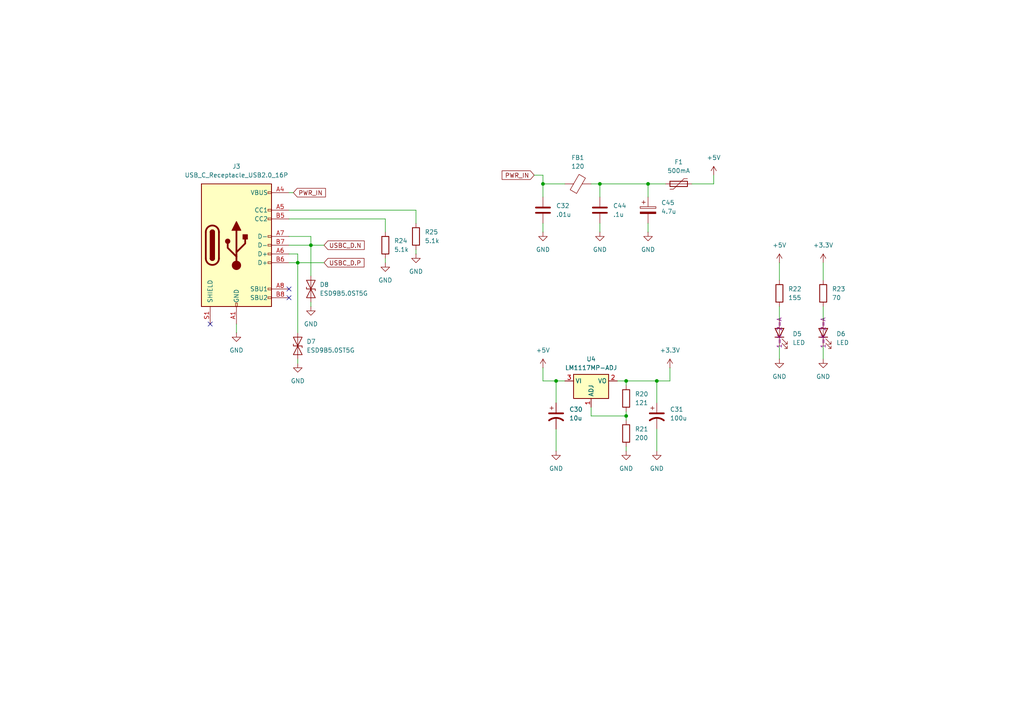
<source format=kicad_sch>
(kicad_sch (version 20250114) (generator "eeschema") (generator_version "9.0")
  (paper "A4")
  (lib_symbols
    (symbol "Connector:USB_C_Receptacle_USB2.0_16P" (pin_names (offset 1.016))
      (property "Reference" "J" (at 0 22.225 0))
      (property "Value" "USB_C_Receptacle_USB2.0_16P" (at 0 19.685 0))
      (symbol "USB_C_Receptacle_USB2.0_16P_0_0"
        (rectangle (start -0.254 -17.78) (end 0.254 -16.764))
        (rectangle (start 10.16 15.494) (end 9.144 14.986))
        (rectangle (start 10.16 10.414) (end 9.144 9.906))
        (rectangle (start 10.16 7.874) (end 9.144 7.366))
        (rectangle (start 10.16 2.794) (end 9.144 2.286))
        (rectangle (start 10.16 0.254) (end 9.144 -0.254))
        (rectangle (start 10.16 -2.286) (end 9.144 -2.794))
        (rectangle (start 10.16 -4.826) (end 9.144 -5.334))
        (rectangle (start 10.16 -12.446) (end 9.144 -12.954))
        (rectangle (start 10.16 -14.986) (end 9.144 -15.494))
      )
      (symbol "USB_C_Receptacle_USB2.0_16P_0_1"
        (rectangle (start -10.16 17.78) (end 10.16 -17.78) (stroke (width 0.254)) (fill (type background)))
        (polyline (pts (xy -8.89 -3.81) (xy -8.89 3.81)) (stroke (width 0.508)))
        (rectangle (start -7.62 -3.81) (end -6.35 3.81) (stroke (width 0.254)) (fill (type outline)))
        (arc (start -7.62 3.81) (mid -6.985 4.4423) (end -6.35 3.81) (stroke (width 0.254)))
        (arc (start -7.62 3.81) (mid -6.985 4.4423) (end -6.35 3.81) (stroke (width 0.254)) (fill (type outline)))
        (arc (start -8.89 3.81) (mid -6.985 5.7067) (end -5.08 3.81) (stroke (width 0.508)))
        (arc (start -5.08 -3.81) (mid -6.985 -5.7067) (end -8.89 -3.81) (stroke (width 0.508)))
        (arc (start -6.35 -3.81) (mid -6.985 -4.4423) (end -7.62 -3.81) (stroke (width 0.254)))
        (arc (start -6.35 -3.81) (mid -6.985 -4.4423) (end -7.62 -3.81) (stroke (width 0.254)) (fill (type outline)))
        (polyline (pts (xy -5.08 3.81) (xy -5.08 -3.81)) (stroke (width 0.508)))
        (circle (center -2.54 1.143) (radius 0.635) (stroke (width 0.254)) (fill (type outline)))
        (polyline (pts (xy -1.27 4.318) (xy 0 6.858) (xy 1.27 4.318) (xy -1.27 4.318)) (stroke (width 0.254)) (fill (type outline)))
        (polyline (pts (xy 0 -2.032) (xy 2.54 0.508) (xy 2.54 1.778)) (stroke (width 0.508)))
        (polyline (pts (xy 0 -3.302) (xy -2.54 -0.762) (xy -2.54 0.508)) (stroke (width 0.508)))
        (polyline (pts (xy 0 -5.842) (xy 0 4.318)) (stroke (width 0.508)))
        (circle (center 0 -5.842) (radius 1.27) (fill (type outline)))
        (rectangle (start 1.905 1.778) (end 3.175 3.048) (stroke (width 0.254)) (fill (type outline)))
      )
      (symbol "USB_C_Receptacle_USB2.0_16P_1_1"
        (pin passive line (at -7.62 -22.86 90) (length 5.08) (name "SHIELD") (number "S1"))
        (pin passive line (at 0 -22.86 90) (length 5.08) (name "GND") (number "A1"))
        (pin passive line (at 0 -22.86 90) (length 5.08) (hide yes) (name "GND") (number "A12"))
        (pin passive line (at 0 -22.86 90) (length 5.08) (hide yes) (name "GND") (number "B1"))
        (pin passive line (at 0 -22.86 90) (length 5.08) (hide yes) (name "GND") (number "B12"))
        (pin passive line (at 15.24 15.24 180) (length 5.08) (name "VBUS") (number "A4"))
        (pin passive line (at 15.24 15.24 180) (length 5.08) (hide yes) (name "VBUS") (number "A9"))
        (pin passive line (at 15.24 15.24 180) (length 5.08) (hide yes) (name "VBUS") (number "B4"))
        (pin passive line (at 15.24 15.24 180) (length 5.08) (hide yes) (name "VBUS") (number "B9"))
        (pin bidirectional line (at 15.24 10.16 180) (length 5.08) (name "CC1") (number "A5"))
        (pin bidirectional line (at 15.24 7.62 180) (length 5.08) (name "CC2") (number "B5"))
        (pin bidirectional line (at 15.24 2.54 180) (length 5.08) (name "D-") (number "A7"))
        (pin bidirectional line (at 15.24 0 180) (length 5.08) (name "D-") (number "B7"))
        (pin bidirectional line (at 15.24 -2.54 180) (length 5.08) (name "D+") (number "A6"))
        (pin bidirectional line (at 15.24 -5.08 180) (length 5.08) (name "D+") (number "B6"))
        (pin bidirectional line (at 15.24 -12.7 180) (length 5.08) (name "SBU1") (number "A8"))
        (pin bidirectional line (at 15.24 -15.24 180) (length 5.08) (name "SBU2") (number "B8"))
      )
    )
    (symbol "Device:C" (pin_numbers (hide yes)) (pin_names (offset 0.254))
      (property "Reference" "C" (at 0.635 2.54 0))
      (property "Value" "C" (at 0.635 -2.54 0))
      (symbol "C_0_1"
        (polyline (pts (xy -2.032 0.762) (xy 2.032 0.762)) (stroke (width 0.508)))
        (polyline (pts (xy -2.032 -0.762) (xy 2.032 -0.762)) (stroke (width 0.508)))
      )
      (symbol "C_1_1"
        (pin passive line (at 0 3.81 270) (length 2.794) (name "~") (number "1"))
        (pin passive line (at 0 -3.81 90) (length 2.794) (name "~") (number "2"))
      )
    )
    (symbol "Device:C_Polarized" (pin_numbers (hide yes)) (pin_names (offset 0.254))
      (property "Reference" "C" (at 0.635 2.54 0))
      (property "Value" "C_Polarized" (at 0.635 -2.54 0))
      (symbol "C_Polarized_0_1"
        (rectangle (start -2.286 0.508) (end 2.286 1.016))
        (polyline (pts (xy -1.778 2.286) (xy -0.762 2.286)))
        (polyline (pts (xy -1.27 2.794) (xy -1.27 1.778)))
        (rectangle (start 2.286 -0.508) (end -2.286 -1.016) (fill (type outline)))
      )
      (symbol "C_Polarized_1_1"
        (pin passive line (at 0 3.81 270) (length 2.794) (name "~") (number "1"))
        (pin passive line (at 0 -3.81 90) (length 2.794) (name "~") (number "2"))
      )
    )
    (symbol "Device:C_Polarized_US" (pin_numbers (hide yes)) (pin_names (offset 0.254) (hide yes))
      (property "Reference" "C" (at 0.635 2.54 0))
      (property "Value" "C_Polarized_US" (at 0.635 -2.54 0))
      (symbol "C_Polarized_US_0_1"
        (polyline (pts (xy -2.032 0.762) (xy 2.032 0.762)) (stroke (width 0.508)))
        (polyline (pts (xy -1.778 2.286) (xy -0.762 2.286)))
        (polyline (pts (xy -1.27 1.778) (xy -1.27 2.794)))
        (arc (start -2.032 -1.27) (mid 0 -0.5572) (end 2.032 -1.27) (stroke (width 0.508)))
      )
      (symbol "C_Polarized_US_1_1"
        (pin passive line (at 0 3.81 270) (length 2.794) (name "~") (number "1"))
        (pin passive line (at 0 -3.81 90) (length 3.302) (name "~") (number "2"))
      )
    )
    (symbol "Device:FerriteBead" (pin_numbers (hide yes)) (pin_names (offset 0))
      (property "Reference" "FB" (at -3.81 0.635 90))
      (property "Value" "FerriteBead" (at 3.81 0 90))
      (symbol "FerriteBead_0_1"
        (polyline (pts (xy -2.7686 0.4064) (xy -1.7018 2.2606) (xy 2.7686 -0.3048) (xy 1.6764 -2.159) (xy -2.7686 0.4064)))
        (polyline (pts (xy 0 1.27) (xy 0 1.2954)))
        (polyline (pts (xy 0 -1.27) (xy 0 -1.2192)))
      )
      (symbol "FerriteBead_1_1"
        (pin passive line (at 0 3.81 270) (length 2.54) (name "~") (number "1"))
        (pin passive line (at 0 -3.81 90) (length 2.54) (name "~") (number "2"))
      )
    )
    (symbol "Device:LED" (pin_numbers (hide yes)) (pin_names (offset 1.016) (hide yes))
      (property "Reference" "D" (at 0 2.54 0))
      (property "Value" "LED" (at 0 -2.54 0))
      (symbol "LED_0_1"
        (polyline (pts (xy -3.048 -0.762) (xy -4.572 -2.286) (xy -3.81 -2.286) (xy -4.572 -2.286) (xy -4.572 -1.524)))
        (polyline (pts (xy -1.778 -0.762) (xy -3.302 -2.286) (xy -2.54 -2.286) (xy -3.302 -2.286) (xy -3.302 -1.524)))
        (polyline (pts (xy -1.27 0) (xy 1.27 0)))
        (polyline (pts (xy -1.27 -1.27) (xy -1.27 1.27)) (stroke (width 0.254)))
        (polyline (pts (xy 1.27 -1.27) (xy 1.27 1.27) (xy -1.27 0) (xy 1.27 -1.27)) (stroke (width 0.254)))
      )
      (symbol "LED_1_1"
        (pin passive line (at -3.81 0 0) (length 2.54) (name "K") (number "1"))
        (pin passive line (at 3.81 0 180) (length 2.54) (name "A") (number "2"))
      )
    )
    (symbol "Device:Polyfuse" (pin_numbers (hide yes)) (pin_names (offset 0))
      (property "Reference" "F" (at -2.54 0 90))
      (property "Value" "Polyfuse" (at 2.54 0 90))
      (symbol "Polyfuse_0_1"
        (polyline (pts (xy -1.524 2.54) (xy -1.524 1.524) (xy 1.524 -1.524) (xy 1.524 -2.54)))
        (rectangle (start -0.762 2.54) (end 0.762 -2.54) (stroke (width 0.254)))
        (polyline (pts (xy 0 2.54) (xy 0 -2.54)))
      )
      (symbol "Polyfuse_1_1"
        (pin passive line (at 0 3.81 270) (length 1.27) (name "~") (number "1"))
        (pin passive line (at 0 -3.81 90) (length 1.27) (name "~") (number "2"))
      )
    )
    (symbol "Device:R" (pin_numbers (hide yes)) (pin_names (offset 0))
      (property "Reference" "R" (at 2.032 0 90))
      (property "Value" "R" (at 0 0 90))
      (symbol "R_0_1"
        (rectangle (start -1.016 -2.54) (end 1.016 2.54) (stroke (width 0.254)))
      )
      (symbol "R_1_1"
        (pin passive line (at 0 3.81 270) (length 1.27) (name "~") (number "1"))
        (pin passive line (at 0 -3.81 90) (length 1.27) (name "~") (number "2"))
      )
    )
    (symbol "Diode:ESD9B5.0ST5G" (pin_numbers (hide yes)) (pin_names (offset 1.016) (hide yes))
      (property "Reference" "D" (at 0 2.54 0))
      (property "Value" "ESD9B5.0ST5G" (at 0 -2.54 0))
      (symbol "ESD9B5.0ST5G_0_1"
        (polyline (pts (xy -2.54 -1.27) (xy 0 0) (xy -2.54 1.27) (xy -2.54 -1.27)) (stroke (width 0.2032)))
        (polyline (pts (xy 0.508 1.27) (xy 0 1.27) (xy 0 -1.27) (xy -0.508 -1.27)) (stroke (width 0.2032)))
        (polyline (pts (xy 1.27 0) (xy -1.27 0)))
        (polyline (pts (xy 2.54 1.27) (xy 2.54 -1.27) (xy 0 0) (xy 2.54 1.27)) (stroke (width 0.2032)))
      )
      (symbol "ESD9B5.0ST5G_1_1"
        (pin passive line (at -3.81 0 0) (length 2.54) (name "A1") (number "1"))
        (pin passive line (at 3.81 0 180) (length 2.54) (name "A2") (number "2"))
      )
    )
    (symbol "Regulator_Linear:LM1117MP-ADJ"
      (property "Reference" "U" (at -3.81 3.175 0))
      (property "Value" "LM1117MP-ADJ" (at 0 3.175 0))
      (symbol "LM1117MP-ADJ_0_1"
        (rectangle (start -5.08 -5.08) (end 5.08 1.905) (stroke (width 0.254)) (fill (type background)))
      )
      (symbol "LM1117MP-ADJ_1_1"
        (pin power_in line (at -7.62 0 0) (length 2.54) (name "VI") (number "3"))
        (pin input line (at 0 -7.62 90) (length 2.54) (name "ADJ") (number "1"))
        (pin power_out line (at 7.62 0 180) (length 2.54) (name "VO") (number "2"))
      )
    )
    (symbol "power:+3.3V" (power) (pin_numbers (hide yes)) (pin_names (offset 0) (hide yes))
      (property "Value" "+3.3V" (at 0 3.556 0))
      (symbol "+3.3V_0_1"
        (polyline (pts (xy -0.762 1.27) (xy 0 2.54)))
        (polyline (pts (xy 0 2.54) (xy 0.762 1.27)))
        (polyline (pts (xy 0 0) (xy 0 2.54)))
      )
      (symbol "+3.3V_1_1"
        (pin power_in line (at 0 0 90) (length 0) (name "~") (number "1"))
      )
    )
    (symbol "power:+5V" (power) (pin_numbers (hide yes)) (pin_names (offset 0) (hide yes))
      (property "Value" "+5V" (at 0 3.556 0))
      (symbol "+5V_0_1"
        (polyline (pts (xy -0.762 1.27) (xy 0 2.54)))
        (polyline (pts (xy 0 2.54) (xy 0.762 1.27)))
        (polyline (pts (xy 0 0) (xy 0 2.54)))
      )
      (symbol "+5V_1_1"
        (pin power_in line (at 0 0 90) (length 0) (name "~") (number "1"))
      )
    )
    (symbol "power:GND" (power) (pin_numbers (hide yes)) (pin_names (offset 0) (hide yes))
      (property "Value" "GND" (at 0 -3.81 0))
      (symbol "GND_0_1"
        (polyline (pts (xy 0 0) (xy 0 -1.27) (xy 1.27 -1.27) (xy 0 -2.54) (xy -1.27 -1.27) (xy 0 -1.27)))
      )
      (symbol "GND_1_1"
        (pin power_in line (at 0 0 270) (length 0) (name "~") (number "1"))
      )
    )
  )
  (junction (at 86.36 76.2))
  (junction (at 181.61 120.65))
  (junction (at 161.29 110.49))
  (junction (at 90.17 71.12))
  (junction (at 173.99 53.34))
  (junction (at 157.48 53.34))
  (junction (at 181.61 110.49))
  (junction (at 190.5 110.49))
  (junction (at 187.96 53.34))
  (no_connect (at 83.82 86.36))
  (no_connect (at 60.96 93.98))
  (no_connect (at 83.82 83.82))
  (wire (pts (xy 111.76 74.93) (xy 111.76 76.2)))
  (wire (pts (xy 190.5 110.49) (xy 194.31 110.49)))
  (wire (pts (xy 86.36 104.14) (xy 86.36 105.41)))
  (wire (pts (xy 157.48 53.34) (xy 163.83 53.34)))
  (wire (pts (xy 83.82 63.5) (xy 111.76 63.5)))
  (wire (pts (xy 207.01 50.8) (xy 207.01 53.34)))
  (wire (pts (xy 181.61 120.65) (xy 181.61 121.92)))
  (wire (pts (xy 83.82 71.12) (xy 90.17 71.12)))
  (wire (pts (xy 187.96 53.34) (xy 187.96 57.15)))
  (wire (pts (xy 157.48 106.68) (xy 157.48 110.49)))
  (wire (pts (xy 157.48 53.34) (xy 157.48 57.15)))
  (wire (pts (xy 120.65 60.96) (xy 120.65 64.77)))
  (wire (pts (xy 187.96 64.77) (xy 187.96 67.31)))
  (wire (pts (xy 238.76 88.9) (xy 238.76 92.71)))
  (wire (pts (xy 187.96 53.34) (xy 193.04 53.34)))
  (wire (pts (xy 90.17 87.63) (xy 90.17 88.9)))
  (wire (pts (xy 173.99 53.34) (xy 187.96 53.34)))
  (wire (pts (xy 194.31 106.68) (xy 194.31 110.49)))
  (wire (pts (xy 83.82 68.58) (xy 90.17 68.58)))
  (wire (pts (xy 226.06 100.33) (xy 226.06 104.14)))
  (wire (pts (xy 171.45 120.65) (xy 181.61 120.65)))
  (wire (pts (xy 157.48 110.49) (xy 161.29 110.49)))
  (wire (pts (xy 190.5 124.46) (xy 190.5 130.81)))
  (wire (pts (xy 83.82 76.2) (xy 86.36 76.2)))
  (wire (pts (xy 171.45 53.34) (xy 173.99 53.34)))
  (wire (pts (xy 83.82 73.66) (xy 86.36 73.66)))
  (wire (pts (xy 86.36 73.66) (xy 86.36 76.2)))
  (wire (pts (xy 181.61 129.54) (xy 181.61 130.81)))
  (wire (pts (xy 86.36 76.2) (xy 93.98 76.2)))
  (wire (pts (xy 86.36 76.2) (xy 86.36 96.52)))
  (wire (pts (xy 181.61 110.49) (xy 190.5 110.49)))
  (wire (pts (xy 190.5 110.49) (xy 190.5 116.84)))
  (wire (pts (xy 181.61 110.49) (xy 181.61 111.76)))
  (wire (pts (xy 83.82 55.88) (xy 85.09 55.88)))
  (wire (pts (xy 111.76 63.5) (xy 111.76 67.31)))
  (wire (pts (xy 83.82 60.96) (xy 120.65 60.96)))
  (wire (pts (xy 90.17 68.58) (xy 90.17 71.12)))
  (wire (pts (xy 161.29 124.46) (xy 161.29 130.81)))
  (wire (pts (xy 90.17 71.12) (xy 90.17 80.01)))
  (wire (pts (xy 238.76 76.2) (xy 238.76 81.28)))
  (wire (pts (xy 157.48 50.8) (xy 157.48 53.34)))
  (wire (pts (xy 238.76 100.33) (xy 238.76 104.14)))
  (wire (pts (xy 171.45 118.11) (xy 171.45 120.65)))
  (wire (pts (xy 173.99 53.34) (xy 173.99 57.15)))
  (wire (pts (xy 226.06 88.9) (xy 226.06 92.71)))
  (wire (pts (xy 161.29 110.49) (xy 161.29 116.84)))
  (wire (pts (xy 154.94 50.8) (xy 157.48 50.8)))
  (wire (pts (xy 179.07 110.49) (xy 181.61 110.49)))
  (wire (pts (xy 163.83 110.49) (xy 161.29 110.49)))
  (wire (pts (xy 68.58 93.98) (xy 68.58 96.52)))
  (wire (pts (xy 181.61 119.38) (xy 181.61 120.65)))
  (wire (pts (xy 200.66 53.34) (xy 207.01 53.34)))
  (wire (pts (xy 173.99 64.77) (xy 173.99 67.31)))
  (wire (pts (xy 226.06 76.2) (xy 226.06 81.28)))
  (wire (pts (xy 120.65 72.39) (xy 120.65 73.66)))
  (wire (pts (xy 90.17 71.12) (xy 93.98 71.12)))
  (wire (pts (xy 157.48 64.77) (xy 157.48 67.31)))
  (global_label "PWR_IN" (shape input) (at 154.94 50.8 180) (property "Intersheetrefs" "${INTERSHEET_REFS}" (effects (hide yes))))
  (global_label "USBC_D.P" (shape input) (at 93.98 76.2 0) (property "Intersheetrefs" "${INTERSHEET_REFS}" (effects (hide yes))))
  (global_label "USBC_D.N" (shape input) (at 93.98 71.12 0) (property "Intersheetrefs" "${INTERSHEET_REFS}" (effects (hide yes))))
  (global_label "PWR_IN" (shape input) (at 85.09 55.88 0) (property "Intersheetrefs" "${INTERSHEET_REFS}" (effects (hide yes))))
  (symbol (lib_id "power:GND") (at 190.5 130.81 0) (unit 1)
    (property "Reference" "#PWR037" (effects (hide yes)))
    (property "Value" "GND" (at 190.5 135.89 0))
    (property "Description" "Power symbol creates a global label with name \"GND\" , ground" (effects (hide yes)))
  )
  (symbol (lib_id "power:GND") (at 226.06 104.14 0) (unit 1)
    (property "Reference" "#PWR040" (effects (hide yes)))
    (property "Value" "GND" (at 226.06 109.22 0))
    (property "Description" "Power symbol creates a global label with name \"GND\" , ground" (effects (hide yes)))
  )
  (symbol (lib_id "Connector:USB_C_Receptacle_USB2.0_16P") (at 68.58 71.12 0) (unit 1)
    (property "Reference" "J3" (at 68.58 48.26 0))
    (property "Value" "USB_C_Receptacle_USB2.0_16P" (at 68.58 50.8 0))
    (property "Datasheet" "https://www.usb.org/sites/default/files/documents/usb_type-c.zip" (effects (hide yes)))
    (property "Description" "USB 2.0-only 16P Type-C Receptacle connector" (effects (hide yes)))
  )
  (symbol (lib_id "Device:C") (at 173.99 60.96 0) (unit 1)
    (property "Reference" "C44" (at 177.8 59.6899 0) (effects (justify left)))
    (property "Value" ".1u" (at 177.8 62.2299 0) (effects (justify left)))
    (property "Footprint" "Capacitor_SMD:C_0603_1608Metric" (effects (hide yes)))
    (property "Description" "Unpolarized capacitor" (effects (hide yes)))
  )
  (symbol (lib_id "Device:R") (at 238.76 85.09 0) (unit 1)
    (property "Reference" "R23" (at 241.3 83.8199 0) (effects (justify left)))
    (property "Value" "70" (at 241.3 86.3599 0) (effects (justify left)))
    (property "Footprint" "Resistor_SMD:R_0603_1608Metric" (effects (hide yes)))
    (property "Description" "Resistor" (effects (hide yes)))
  )
  (symbol (lib_id "power:+3.3V") (at 238.76 76.2 0) (unit 1)
    (property "Reference" "#PWR041" (effects (hide yes)))
    (property "Value" "+3.3V" (at 238.76 71.12 0))
    (property "Description" "Power symbol creates a global label with name \"+3.3V\"" (effects (hide yes)))
  )
  (symbol (lib_id "Device:C") (at 157.48 60.96 0) (unit 1)
    (property "Reference" "C32" (at 161.29 59.6899 0) (effects (justify left)))
    (property "Value" ".01u" (at 161.29 62.2299 0) (effects (justify left)))
    (property "Footprint" "Capacitor_SMD:C_0603_1608Metric" (effects (hide yes)))
    (property "Description" "Unpolarized capacitor" (effects (hide yes)))
  )
  (symbol (lib_id "Device:LED") (at 238.76 96.52 90) (unit 1)
    (property "Reference" "D6" (at 242.57 96.8374 90) (effects (justify right)))
    (property "Value" "LED" (at 242.57 99.3774 90) (effects (justify right)))
    (property "Footprint" "LED_SMD:LED_0603_1608Metric" (effects (hide yes)))
    (property "Description" "Light emitting diode" (effects (hide yes)))
    (property "Sim.Pins" "1=K 2=A" (at 238.76 96.52 0))
  )
  (symbol (lib_id "Diode:ESD9B5.0ST5G") (at 86.36 100.33 90) (unit 1)
    (property "Reference" "D7" (at 88.9 99.0599 90) (effects (justify right)))
    (property "Value" "ESD9B5.0ST5G" (at 88.9 101.5999 90) (effects (justify right)))
    (property "Footprint" "Diode_SMD:D_SOD-923" (effects (hide yes)))
    (property "Datasheet" "https://www.onsemi.com/pub/Collateral/ESD9B-D.PDF" (effects (hide yes)))
    (property "Description" "ESD protection diode, 5.0Vrwm, SOD-923" (effects (hide yes)))
  )
  (symbol (lib_id "power:GND") (at 68.58 96.52 0) (unit 1)
    (property "Reference" "#PWR043" (effects (hide yes)))
    (property "Value" "GND" (at 68.58 101.6 0))
    (property "Description" "Power symbol creates a global label with name \"GND\" , ground" (effects (hide yes)))
  )
  (symbol (lib_id "Device:C_Polarized_US") (at 161.29 120.65 0) (unit 1)
    (property "Reference" "C30" (at 165.1 118.7449 0) (effects (justify left)))
    (property "Value" "10u" (at 165.1 121.2849 0) (effects (justify left)))
    (property "Footprint" "Capacitor_SMD:CP_Elec_6.3x7.7" (effects (hide yes)))
    (property "Description" "Polarized capacitor, US symbol" (effects (hide yes)))
  )
  (symbol (lib_id "Device:C_Polarized_US") (at 190.5 120.65 0) (unit 1)
    (property "Reference" "C31" (at 194.31 118.7449 0) (effects (justify left)))
    (property "Value" "100u" (at 194.31 121.2849 0) (effects (justify left)))
    (property "Footprint" "Capacitor_SMD:CP_Elec_6.3x7.7" (effects (hide yes)))
    (property "Description" "Polarized capacitor, US symbol" (effects (hide yes)))
  )
  (symbol (lib_id "power:GND") (at 161.29 130.81 0) (unit 1)
    (property "Reference" "#PWR035" (effects (hide yes)))
    (property "Value" "GND" (at 161.29 135.89 0))
    (property "Description" "Power symbol creates a global label with name \"GND\" , ground" (effects (hide yes)))
  )
  (symbol (lib_id "power:GND") (at 173.99 67.31 0) (unit 1)
    (property "Reference" "#PWR049" (effects (hide yes)))
    (property "Value" "GND" (at 173.99 72.39 0))
    (property "Description" "Power symbol creates a global label with name \"GND\" , ground" (effects (hide yes)))
  )
  (symbol (lib_id "Device:R") (at 120.65 68.58 180) (unit 1)
    (property "Reference" "R25" (at 123.19 67.3099 0) (effects (justify right)))
    (property "Value" "5.1k" (at 123.19 69.8499 0) (effects (justify right)))
    (property "Footprint" "Resistor_SMD:R_0603_1608Metric" (effects (hide yes)))
    (property "Description" "Resistor" (effects (hide yes)))
  )
  (symbol (lib_id "Device:R") (at 181.61 125.73 0) (unit 1)
    (property "Reference" "R21" (at 184.15 124.4599 0) (effects (justify left)))
    (property "Value" "200" (at 184.15 126.9999 0) (effects (justify left)))
    (property "Footprint" "Resistor_SMD:R_0603_1608Metric" (effects (hide yes)))
    (property "Description" "Resistor" (effects (hide yes)))
  )
  (symbol (lib_id "power:GND") (at 86.36 105.41 0) (unit 1)
    (property "Reference" "#PWR044" (effects (hide yes)))
    (property "Value" "GND" (at 86.36 110.49 0))
    (property "Description" "Power symbol creates a global label with name \"GND\" , ground" (effects (hide yes)))
  )
  (symbol (lib_id "Diode:ESD9B5.0ST5G") (at 90.17 83.82 90) (unit 1)
    (property "Reference" "D8" (at 92.71 82.5499 90) (effects (justify right)))
    (property "Value" "ESD9B5.0ST5G" (at 92.71 85.0899 90) (effects (justify right)))
    (property "Footprint" "Diode_SMD:D_SOD-923" (effects (hide yes)))
    (property "Datasheet" "https://www.onsemi.com/pub/Collateral/ESD9B-D.PDF" (effects (hide yes)))
    (property "Description" "ESD protection diode, 5.0Vrwm, SOD-923" (effects (hide yes)))
  )
  (symbol (lib_id "power:GND") (at 120.65 73.66 0) (unit 1)
    (property "Reference" "#PWR047" (effects (hide yes)))
    (property "Value" "GND" (at 120.65 78.74 0))
    (property "Description" "Power symbol creates a global label with name \"GND\" , ground" (effects (hide yes)))
  )
  (symbol (lib_id "power:GND") (at 111.76 76.2 0) (unit 1)
    (property "Reference" "#PWR046" (effects (hide yes)))
    (property "Value" "GND" (at 111.76 81.28 0))
    (property "Description" "Power symbol creates a global label with name \"GND\" , ground" (effects (hide yes)))
  )
  (symbol (lib_id "Device:C_Polarized") (at 187.96 60.96 0) (unit 1)
    (property "Reference" "C45" (at 191.77 58.8009 0) (effects (justify left)))
    (property "Value" "4.7u" (at 191.77 61.3409 0) (effects (justify left)))
    (property "Footprint" "Capacitor_SMD:CP_Elec_6.3x7.7" (effects (hide yes)))
    (property "Description" "Polarized capacitor" (effects (hide yes)))
  )
  (symbol (lib_id "Device:Polyfuse") (at 196.85 53.34 90) (unit 1)
    (property "Reference" "F1" (at 196.85 46.99 90))
    (property "Value" "500mA" (at 196.85 49.53 90))
    (property "Footprint" "Fuse:Fuse_1812_4532Metric" (effects (hide yes)))
    (property "Description" "Resettable fuse, polymeric positive temperature coefficient" (effects (hide yes)))
  )
  (symbol (lib_id "Device:LED") (at 226.06 96.52 90) (unit 1)
    (property "Reference" "D5" (at 229.87 96.8374 90) (effects (justify right)))
    (property "Value" "LED" (at 229.87 99.3774 90) (effects (justify right)))
    (property "Footprint" "LED_SMD:LED_0603_1608Metric" (effects (hide yes)))
    (property "Description" "Light emitting diode" (effects (hide yes)))
    (property "Sim.Pins" "1=K 2=A" (at 226.06 96.52 0))
  )
  (symbol (lib_id "Regulator_Linear:LM1117MP-ADJ") (at 171.45 110.49 0) (unit 1)
    (property "Reference" "U4" (at 171.45 104.14 0))
    (property "Value" "LM1117MP-ADJ" (at 171.45 106.68 0))
    (property "Footprint" "Package_TO_SOT_SMD:SOT-223-3_TabPin2" (effects (hide yes)))
    (property "Datasheet" "http://www.ti.com/lit/ds/symlink/lm1117.pdf" (effects (hide yes)))
    (property "Description" "800mA Low-Dropout Linear Regulator, adjustable output, SOT-223" (effects (hide yes)))
  )
  (symbol (lib_id "power:GND") (at 187.96 67.31 0) (unit 1)
    (property "Reference" "#PWR050" (effects (hide yes)))
    (property "Value" "GND" (at 187.96 72.39 0))
    (property "Description" "Power symbol creates a global label with name \"GND\" , ground" (effects (hide yes)))
  )
  (symbol (lib_id "power:GND") (at 90.17 88.9 0) (unit 1)
    (property "Reference" "#PWR045" (effects (hide yes)))
    (property "Value" "GND" (at 90.17 93.98 0))
    (property "Description" "Power symbol creates a global label with name \"GND\" , ground" (effects (hide yes)))
  )
  (symbol (lib_id "Device:FerriteBead") (at 167.64 53.34 90) (unit 1)
    (property "Reference" "FB1" (at 167.5892 45.72 90))
    (property "Value" "120" (at 167.5892 48.26 90))
    (property "Footprint" "Inductor_SMD:L_0603_1608Metric" (effects (hide yes)))
    (property "Description" "Ferrite bead" (effects (hide yes)))
  )
  (symbol (lib_id "Device:R") (at 226.06 85.09 0) (unit 1)
    (property "Reference" "R22" (at 228.6 83.8199 0) (effects (justify left)))
    (property "Value" "155" (at 228.6 86.3599 0) (effects (justify left)))
    (property "Footprint" "Resistor_SMD:R_0603_1608Metric" (effects (hide yes)))
    (property "Description" "Resistor" (effects (hide yes)))
  )
  (symbol (lib_id "power:+5V") (at 226.06 76.2 0) (unit 1)
    (property "Reference" "#PWR039" (effects (hide yes)))
    (property "Value" "+5V" (at 226.06 71.12 0))
    (property "Description" "Power symbol creates a global label with name \"+5V\"" (effects (hide yes)))
  )
  (symbol (lib_id "power:+3.3V") (at 194.31 106.68 0) (unit 1)
    (property "Reference" "#PWR038" (effects (hide yes)))
    (property "Value" "+3.3V" (at 194.31 101.6 0))
    (property "Description" "Power symbol creates a global label with name \"+3.3V\"" (effects (hide yes)))
  )
  (symbol (lib_id "power:+5V") (at 157.48 106.68 0) (unit 1)
    (property "Reference" "#PWR034" (effects (hide yes)))
    (property "Value" "+5V" (at 157.48 101.6 0))
    (property "Description" "Power symbol creates a global label with name \"+5V\"" (effects (hide yes)))
  )
  (symbol (lib_id "power:GND") (at 181.61 130.81 0) (unit 1)
    (property "Reference" "#PWR036" (effects (hide yes)))
    (property "Value" "GND" (at 181.61 135.89 0))
    (property "Description" "Power symbol creates a global label with name \"GND\" , ground" (effects (hide yes)))
  )
  (symbol (lib_id "power:GND") (at 238.76 104.14 0) (unit 1)
    (property "Reference" "#PWR042" (effects (hide yes)))
    (property "Value" "GND" (at 238.76 109.22 0))
    (property "Description" "Power symbol creates a global label with name \"GND\" , ground" (effects (hide yes)))
  )
  (symbol (lib_id "Device:R") (at 181.61 115.57 0) (unit 1)
    (property "Reference" "R20" (at 184.15 114.2999 0) (effects (justify left)))
    (property "Value" "121" (at 184.15 116.8399 0) (effects (justify left)))
    (property "Footprint" "Resistor_SMD:R_0603_1608Metric" (effects (hide yes)))
    (property "Description" "Resistor" (effects (hide yes)))
  )
  (symbol (lib_id "power:+5V") (at 207.01 50.8 0) (unit 1)
    (property "Reference" "#PWR051" (effects (hide yes)))
    (property "Value" "+5V" (at 207.01 45.72 0))
    (property "Description" "Power symbol creates a global label with name \"+5V\"" (effects (hide yes)))
  )
  (symbol (lib_id "power:GND") (at 157.48 67.31 0) (unit 1)
    (property "Reference" "#PWR048" (effects (hide yes)))
    (property "Value" "GND" (at 157.48 72.39 0))
    (property "Description" "Power symbol creates a global label with name \"GND\" , ground" (effects (hide yes)))
  )
  (symbol (lib_id "Device:R") (at 111.76 71.12 180) (unit 1)
    (property "Reference" "R24" (at 114.3 69.8499 0) (effects (justify right)))
    (property "Value" "5.1k" (at 114.3 72.3899 0) (effects (justify right)))
    (property "Footprint" "Resistor_SMD:R_0603_1608Metric" (effects (hide yes)))
    (property "Description" "Resistor" (effects (hide yes)))
  )
)
</source>
